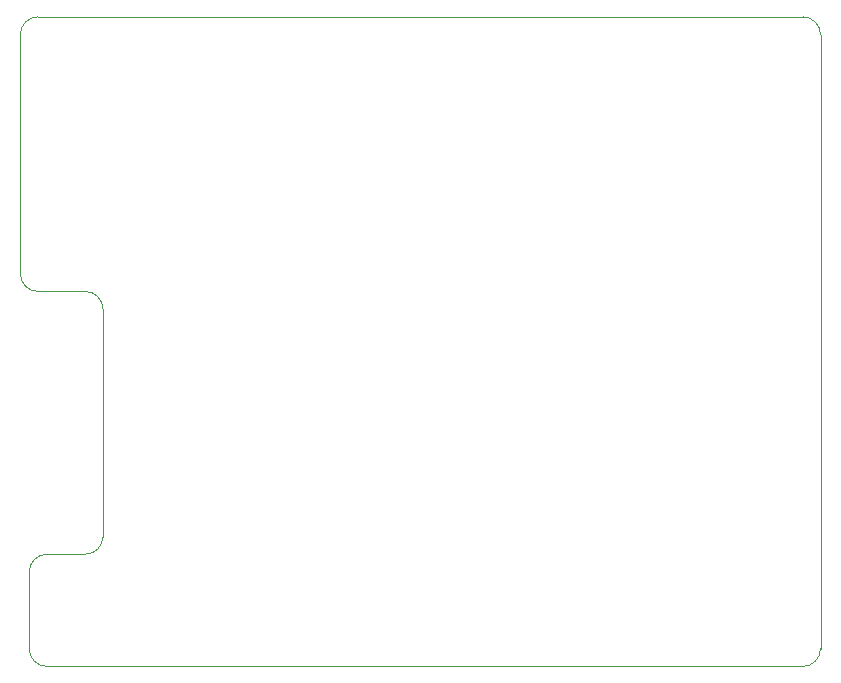
<source format=gbr>
%TF.GenerationSoftware,KiCad,Pcbnew,(6.0.0-rc1-dev-853-g5bbc2d74a)*%
%TF.CreationDate,2018-11-17T03:51:27+01:00*%
%TF.ProjectId,VFD_Watch,5646445F57617463682E6B696361645F,rev?*%
%TF.SameCoordinates,Original*%
%TF.FileFunction,Profile,NP*%
%FSLAX46Y46*%
G04 Gerber Fmt 4.6, Leading zero omitted, Abs format (unit mm)*
G04 Created by KiCad (PCBNEW (6.0.0-rc1-dev-853-g5bbc2d74a)) date 2018 November 17, Saturday 03:51:27*
%MOMM*%
%LPD*%
G01*
G04 APERTURE LIST*
%ADD10C,0.050000*%
G04 APERTURE END LIST*
D10*
X93750000Y-117000000D02*
G75*
G02X92250000Y-118500000I-1500000J0D01*
G01*
X92250000Y-96250000D02*
G75*
G02X93750000Y-97750000I0J-1500000D01*
G01*
X88250000Y-96250000D02*
G75*
G02X86750000Y-94750000I0J1500000D01*
G01*
X87500000Y-120000000D02*
G75*
G02X89000000Y-118500000I1500000J0D01*
G01*
X89000000Y-128000000D02*
G75*
G02X87500000Y-126500000I0J1500000D01*
G01*
X154500000Y-126500000D02*
G75*
G02X153000000Y-128000000I-1500000J0D01*
G01*
X153000000Y-73000000D02*
G75*
G02X154500000Y-74500000I0J-1500000D01*
G01*
X86750000Y-74500000D02*
G75*
G02X88250000Y-73000000I1500000J0D01*
G01*
X87500000Y-120000000D02*
X87500000Y-126500000D01*
X92250000Y-118500000D02*
X89000000Y-118500000D01*
X93750000Y-97750000D02*
X93750000Y-117000000D01*
X88250000Y-96250000D02*
X92250000Y-96250000D01*
X86750000Y-76750000D02*
X86750000Y-94750000D01*
X86750000Y-74500000D02*
X86750000Y-76750000D01*
X153000000Y-73000000D02*
X88250000Y-73000000D01*
X154500000Y-74500000D02*
X154500000Y-126500000D01*
X89000000Y-128000000D02*
X153000000Y-128000000D01*
M02*

</source>
